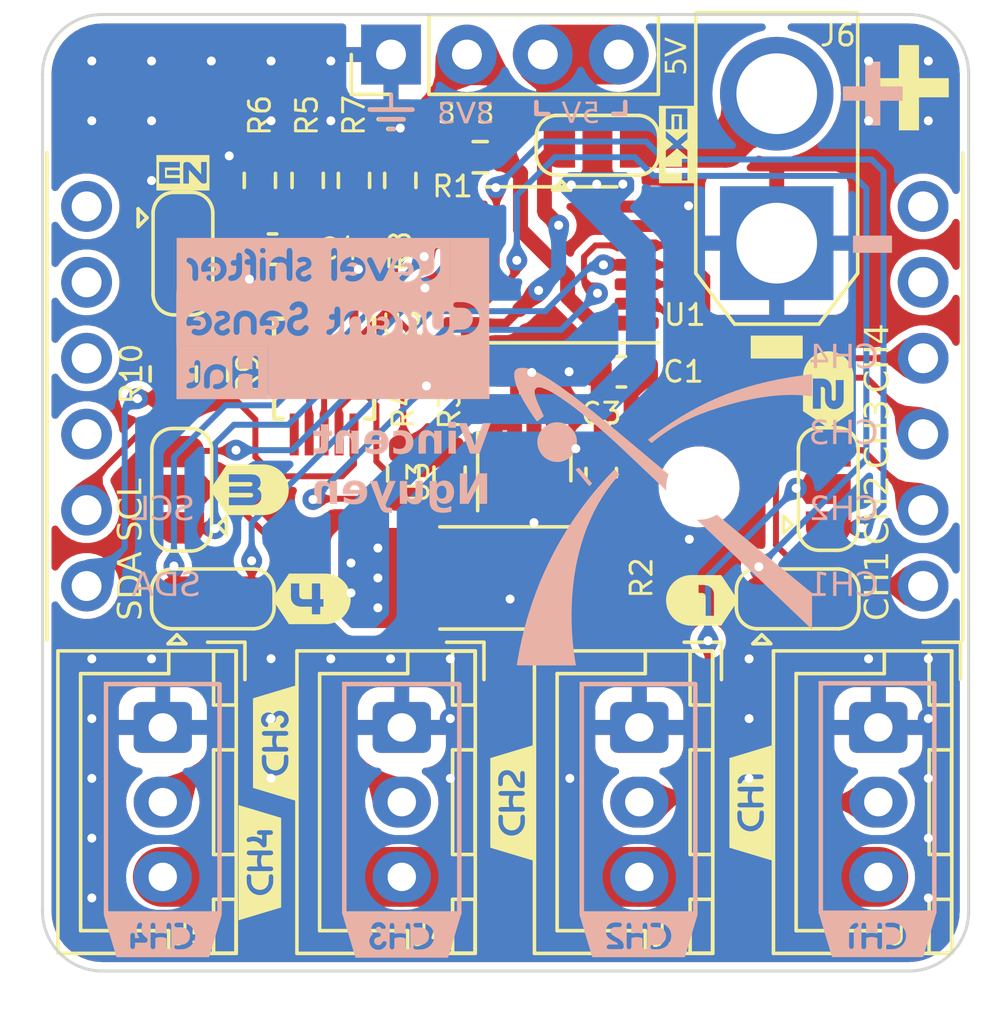
<source format=kicad_pcb>
(kicad_pcb (version 20221018) (generator pcbnew)
  (title_block (title "Level Shifter / Current Sense Hat PCB") (company "EPFL Xplore") (comment 1 "Jumpers 1-4: set voltage level (3V3 or 5V)") (comment 2 "Jumper EXT: power source selection") (comment 3 "Jumper EN: enable I2C translation") (comment 4 "Author: Vincent Nguyen"))
  (layers (0 "F.Cu" signal) (31 "B.Cu" signal) (34 "B.Paste" user) (35 "F.Paste" user) (36 "B.SilkS" user "B.Silkscreen") (37 "F.SilkS" user "F.Silkscreen") (38 "B.Mask" user) (39 "F.Mask" user) (44 "Edge.Cuts" user))
  (net 0 "")
  (net 1 "/VIN+")
  (net 2 "/VIN-")
  (net 3 "+3V3")
  (net 4 "/OE")
  (net 5 "/SCLOUT")
  (net 6 "/SDAOUT")
  (net 7 "/XORL")
  (net 8 "GND")
  (net 9 "/XORH")
  (net 10 "/SCL")
  (net 11 "/SDA")
  (net 12 "/A1")
  (net 13 "/A2")
  (net 14 "/A3")
  (net 15 "/A4")
  (net 18 "+5V")
  (net 19 "/EN")
  (net 21 "+VEXT")
  (net 22 "/B1")
  (net 23 "/B2")
  (net 24 "/B3")
  (net 25 "/B4")
  (net 32 "/PWM1")
  (net 33 "/PWM2")
  (net 34 "/PWM3")
  (net 35 "/PWM4")
  (footprint "kibuzzard-64B2D646" (layer "F.Cu") (at 108.505 56.205 -90)
    (fp_text reference "kibuzzard-64B2D646" hide)
    (fp_text value "G***" hide)
  )
  (footprint "Resistor_SMD:R_0603_1608Metric" (layer "F.Cu") (at 91.405 63.88 -90)
    (fp_text reference "R10")
    (fp_text value "DNP")
  )
  (footprint "Jumper:SolderJumper-3_P1.3mm_Open_RoundedPad1.0x1.5mm" (layer "F.Cu") (at 113.58 67.73 90)
    (fp_text reference "JP3" hide)
    (fp_text value "LVL_SEL2")
  )
  (footprint "Capacitor_SMD:C_0603_1608Metric" (layer "F.Cu") (at 101.93 63.83)
    (fp_text reference "C2")
    (fp_text value "0.1uF")
  )
  (footprint "Resistor_SMD:R_0603_1608Metric" (layer "F.Cu") (at 97.705 57.405 -90)
    (fp_text reference "R7")
    (fp_text value "1M")
  )
  (footprint "Resistor_SMD:R_0603_1608Metric" (layer "F.Cu") (at 96.155 57.405 -90)
    (fp_text reference "R5")
    (fp_text value "1M")
  )
  (footprint "Resistor_SMD:R_0603_1608Metric" (layer "F.Cu") (at 99.255 57.405 90)
    (fp_text reference "R8")
    (fp_text value "681k")
  )
  (footprint "Jumper:SolderJumper-3_P1.3mm_Open_RoundedPad1.0x1.5mm" (layer "F.Cu") (at 91.98 59.855 -90)
    (fp_text reference "JP6" hide)
    (fp_text value "ENABLE")
  )
  (footprint "kibuzzard-64B2D508" (layer "F.Cu") (at 94.555 80.23 90)
    (fp_text reference "kibuzzard-64B2D508" hide)
    (fp_text value "G***" hide)
  )
  (footprint "Resistor_SMD:R_0603_1608Metric" (layer "F.Cu") (at 101.93 56.63 180)
    (fp_text reference "R1")
    (fp_text value "10k")
  )
  (footprint "Resistor_SMD:R_0603_1608Metric" (layer "F.Cu") (at 100.905 67.23 90)
    (fp_text reference "R3")
    (fp_text value "10k")
  )
  (footprint "Connector_AMASS:AMASS_XT30U-M_1x02_P5.0mm_Vertical" (layer "F.Cu") (at 111.855 59.505 90)
    (fp_text reference "J6")
    (fp_text value "XT30U-M")
  )
  (footprint "Jumper:SolderJumper-3_P1.3mm_Open_RoundedPad1.0x1.5mm" (layer "F.Cu") (at 92.98 71.405)
    (fp_text reference "JP5" hide)
    (fp_text value "LVL_SEL4")
  )
  (footprint "Capacitor_SMD:C_0603_1608Metric" (layer "F.Cu") (at 106.655 63.805 180)
    (fp_text reference "C1")
    (fp_text value "0.1uF")
  )
  (footprint "kibuzzard-64B2D504" (layer "F.Cu") (at 95.055 76.23 90)
    (fp_text reference "kibuzzard-64B2D504" hide)
    (fp_text value "G***" hide)
  )
  (footprint "Capacitor_SMD:C_0603_1608Metric" (layer "F.Cu") (at 105.98 67.18 90)
    (fp_text reference "C3")
    (fp_text value "0.1uF")
  )
  (footprint "Capacitor_SMD:C_0603_1608Metric" (layer "F.Cu") (at 94.98 59.705 180)
    (fp_text reference "C4")
    (fp_text value "0.1uF")
  )
  (footprint "Connector_JST:JST_XH_B3B-XH-A_1x03_P2.50mm_Vertical" (layer "F.Cu") (at 91.305 75.705 -90)
    (fp_text reference "J5")
    (fp_text value "B3B-XH-A(LF)(SN)")
  )
  (footprint "Connector_JST:JST_XH_B3B-XH-A_1x03_P2.50mm_Vertical" (layer "F.Cu") (at 99.305 75.705 -90)
    (fp_text reference "J4")
    (fp_text value "B3B-XH-A(LF)(SN)")
  )
  (footprint "Resistor_SMD:R_0603_1608Metric" (layer "F.Cu") (at 94.555 57.405 90)
    (fp_text reference "R6")
    (fp_text value "681k")
  )
  (footprint "Resistor_SMD:R_0603_1608Metric" (layer "F.Cu") (at 99.355 67.23 90)
    (fp_text reference "R4")
    (fp_text value "10k")
  )
  (footprint "Jumper:SolderJumper-3_P1.3mm_Open_RoundedPad1.0x1.5mm" (layer "F.Cu") (at 105.855 56.23)
    (fp_text reference "JP1" hide)
    (fp_text value "PWR_SEL")
  )
  (footprint "kibuzzard-64B2D9BB" (layer "F.Cu") (at 91.98 57.15)
    (fp_text reference "kibuzzard-64B2D9BB" hide)
    (fp_text value "G***" hide)
  )
  (footprint "Connector_JST:JST_XH_B3B-XH-A_1x03_P2.50mm_Vertical" (layer "F.Cu") (at 115.255 75.705 -90)
    (fp_text reference "J2")
    (fp_text value "B3B-XH-A(LF)(SN)")
  )
  (footprint "0_connectors:Hat_connector_hole" (layer "F.Cu") (at 102.755 62.085)
    (fp_text reference "J1" hide)
    (fp_text value "Hat_connector_hole")
  )
  (footprint "Jumper:SolderJumper-3_P1.3mm_Open_RoundedPad1.0x1.5mm" (layer "F.Cu") (at 112.555 71.405)
    (fp_text reference "JP2" hide)
    (fp_text value "LVL_SEL1")
  )
  (footprint "kibuzzard-64B2D5B5" (layer "F.Cu") (at 96.28 71.405)
    (fp_text reference "kibuzzard-64B2D5B5" hide)
    (fp_text value "G***" hide)
  )
  (footprint "Package_SO:MSOP-10_3x3mm_P0.5mm" (layer "F.Cu") (at 96.705 63.705 -90)
    (fp_text reference "U2")
    (fp_text value "LTC4316")
  )
  (footprint "Resistor_SMD:R_0603_1608Metric" (layer "F.Cu") (at 92.955 63.88 -90)
    (fp_text reference "R9")
    (fp_text value "DNP")
  )
  (footprint "kibuzzard-64B2D4C0" (layer "F.Cu") (at 102.98 78.23 90)
    (fp_text reference "kibuzzard-64B2D4C0" hide)
    (fp_text value "G***" hide)
  )
  (footprint "kibuzzard-64B2D5F7" (layer "F.Cu") (at 113.58 64.405 -90)
    (fp_text reference "kibuzzard-64B2D5F7" hide)
    (fp_text value "G***" hide)
  )
  (footprint "kibuzzard-64B2D5D3" (layer "F.Cu") (at 109.355 71.455)
    (fp_text reference "kibuzzard-64B2D5D3" hide)
    (fp_text value "G***" hide)
  )
  (footprint "kibuzzard-64B2D5C0" (layer "F.Cu") (at 94.205 67.755)
    (fp_text reference "kibuzzard-64B2D5C0" hide)
    (fp_text value "G***" hide)
  )
  (footprint "kibuzzard-63491EED" (layer "F.Cu") (at 116.28 54.305 180)
    (fp_text reference "kibuzzard-63491EED" hide)
    (fp_text value "G***" hide)
  )
  (footprint "kibuzzard-63491F09" (layer "F.Cu") (at 111.855 62.98)
    (fp_text reference "kibuzzard-63491F09" hide)
    (fp_text value "G***" hide)
  )
  (footprint "Resistor_SMD:R_2512_6332Metric_Pad1.40x3.35mm_HandSolder" (layer "F.Cu") (at 102.755 70.705)
    (fp_text reference "R2")
    (fp_text value "25mR")
  )
  (footprint "Connector_JST:JST_XH_B3B-XH-A_1x03_P2.50mm_Vertical" (layer "F.Cu") (at 107.255 75.705 -90)
    (fp_text reference "J3")
    (fp_text value "B3B-XH-A(LF)(SN)")
  )
  (footprint "Package_TO_SOT_SMD:SOT-23-8" (layer "F.Cu") (at 103.405 66.655 90)
    (fp_text reference "U3")
    (fp_text value "INA219AIDCNR")
  )
  (footprint "kibuzzard-64B2D4E1" (layer "F.Cu") (at 110.98 78.23 90)
    (fp_text reference "kibuzzard-64B2D4E1" hide)
    (fp_text value "G***" hide)
  )
  (footprint "Package_SO:TSSOP-14_4.4x5mm_P0.65mm" (layer "F.Cu") (at 104.305 60.23 180)
    (fp_text reference "U1")
    (fp_text value "TXB0104PWR")
  )
  (footprint "Jumper:SolderJumper-3_P1.3mm_Open_RoundedPad1.0x1.5mm" (layer "F.Cu") (at 91.9375 67.755 90)
    (fp_text reference "JP4" hide)
    (fp_text value "LVL_SEL3")
  )
  (footprint "kibuzzard-64B2D6D4" (layer "B.Cu") (at 91.305 82.68 180)
    (fp_text reference "kibuzzard-64B2D6D4" hide)
    (fp_text value "G***" hide)
  )
  (footprint "kibuzzard-64B2D6E9" (layer "B.Cu") (at 107.23 82.68 180)
    (fp_text reference "kibuzzard-64B2D6E9" hide)
    (fp_text value "G***" hide)
  )
  (footprint "kibuzzard-64B2D98F" (layer "B.Cu") (at 115.06 59.54 180)
    (fp_text reference "kibuzzard-64B2D98F" hide)
    (fp_text value "G***" hide)
  )
  (footprint "kibuzzard-64B2D6DE" (layer "B.Cu") (at 99.305 82.68 180)
    (fp_text reference "kibuzzard-64B2D6DE" hide)
    (fp_text value "G***" hide)
  )
  (footprint "kibuzzard-64B2D86D" (layer "B.Cu") (at 96.345 60.23 180)
    (fp_text reference "kibuzzard-64B2D86D" hide)
    (fp_text value "G***" hide)
  )
  (footprint "kibuzzard-64B2D8B6" (layer "B.Cu") (at 96.995 62.03 180)
    (fp_text reference "kibuzzard-64B2D8B6" hide)
    (fp_text value "G***" hide)
  )
  (footprint "kibuzzard-64B2D888" (layer "B.Cu") (at 93.295 63.83 180)
    (fp_text reference "kibuzzard-64B2D888" hide)
    (fp_text value "G***" hide)
  )
  (footprint "kibuzzard-64B2D6F0" (layer "B.Cu") (at 115.23 82.68 180)
    (fp_text reference "kibuzzard-64B2D6F0" hide)
    (fp_text value "G***" hide)
  )
  (footprint "0_graphic:Xplore_Logo_X_only_10mm" (layer "B.Cu") (at 108.055 68.655 180)
    (fp_text reference "G1" hide)
    (fp_text value "Xplore_Logo" hide)
  )
  (footprint "kibuzzard-64B2D984" (layer "B.Cu") (at 115.07 54.5)
    (fp_text reference "kibuzzard-64B2D984" hide)
    (fp_text value "G***" hide)
  )
  (gr_line (start 106.785 54.7775) (end 106.785 55.1775) (stroke (width 0.15)) (layer "B.SilkS"))
  (gr_line (start 98.955 55.0375) (end 98.955 54.53) (stroke (width 0.12)) (layer "B.SilkS"))
  (gr_line (start 99.045 55.6875) (end 98.97 55.6875) (stroke (width 0.15)) (layer "B.SilkS"))
  (gr_line (start 98.57 55.3625) (end 98.97 55.3625) (stroke (width 0.15)) (layer "B.SilkS"))
  (gr_rect (start 89.405 74.255) (end 93.205 81.93) (stroke (width 0.15)) (fill none) (layer "B.SilkS"))
  (gr_line (start 104.21 55.1825) (end 103.810002 55.1825) (stroke (width 0.15)) (layer "B.SilkS"))
  (gr_line (start 106.785 55.1775) (end 106.385 55.1775) (stroke (width 0.15)) (layer "B.SilkS"))
  (gr_rect (start 97.38 74.255) (end 101.23 81.93) (stroke (width 0.15)) (fill none) (layer "B.SilkS"))
  (gr_rect (start 105.33 74.255) (end 109.13 81.93) (stroke (width 0.15)) (fill none) (layer "B.SilkS"))
  (gr_poly (pts (xy 102.24 64.72) (xy 94.83 64.72) (xy 94.83 62.92) (xy 102.24 62.92)) (stroke (width 0.0001)) (fill solid) (layer "B.SilkS"))
  (gr_line (start 98.245 55.0375) (end 98.955 55.0375) (stroke (width 0.15)) (layer "B.SilkS"))
  (gr_line (start 98.895 55.6875) (end 98.97 55.6875) (stroke (width 0.15)) (layer "B.SilkS"))
  (gr_line (start 98.955 55.0375) (end 99.665 55.0375) (stroke (width 0.15)) (layer "B.SilkS"))
  (gr_line (start 103.810002 55.1825) (end 103.810001 54.7825) (stroke (width 0.15)) (layer "B.SilkS"))
  (gr_line (start 99.37 55.3625) (end 98.97 55.3625) (stroke (width 0.15)) (layer "B.SilkS"))
  (gr_poly (pts (xy 102.23 61.13) (xy 100.92 61.13) (xy 100.92 59.33) (xy 102.23 59.33)) (stroke (width 0.0001)) (fill solid) (layer "B.SilkS"))
  (gr_rect (start 113.33 74.23) (end 117.13 81.905) (stroke (width 0.15)) (fill none) (layer "B.SilkS"))
  (gr_line (start 98.93 55.6825) (end 98.855 55.6825) (stroke (width 0.15)) (layer "F.SilkS"))
  (gr_line (start 98.93 55.3575) (end 98.53 55.3575) (stroke (width 0.15)) (layer "F.SilkS"))
  (gr_line (start 98.93 55.3575) (end 99.33 55.3575) (stroke (width 0.15)) (layer "F.SilkS"))
  (gr_line (start 98.93 55.6825) (end 99.005 55.6825) (stroke (width 0.15)) (layer "F.SilkS"))
  (gr_line (start 98.945 54.525) (end 98.945 55.0325) (stroke (width 0.12)) (layer "F.SilkS"))
  (gr_line (start 98.945 55.0325) (end 99.655 55.0325) (stroke (width 0.15)) (layer "F.SilkS"))
  (gr_line (start 98.235 55.0325) (end 98.945 55.0325) (stroke (width 0.15)) (layer "F.SilkS"))
  (gr_arc (start 89.28 83.855) (mid 87.865818 83.269182) (end 87.28 81.855) (stroke (width 0.1)) (layer "Edge.Cuts"))
  (gr_line (start 89.28 83.855) (end 116.28 83.855) (stroke (width 0.1)) (layer "Edge.Cuts"))
  (gr_arc (start 118.28 81.855) (mid 117.694221 83.269221) (end 116.28 83.855) (stroke (width 0.1)) (layer "Edge.Cuts"))
  (gr_line (start 118.28 81.855) (end 118.28 53.855) (stroke (width 0.1)) (layer "Edge.Cuts"))
  (gr_line (start 87.28 53.855) (end 87.28 81.855) (stroke (width 0.1)) (layer "Edge.Cuts"))
  (gr_line (start 116.28 51.855) (end 89.28 51.855) (stroke (width 0.1)) (layer "Edge.Cuts"))
  (gr_arc (start 87.28 53.855) (mid 87.865794 52.440794) (end 89.28 51.855) (stroke (width 0.1)) (layer "Edge.Cuts"))
  (gr_arc (start 116.28 51.855) (mid 117.694245 52.440755) (end 118.28 53.855) (stroke (width 0.1)) (layer "Edge.Cuts"))
  (gr_text "Vincent \nNguyen" (at 102.29 66.97) (layer "B.SilkS") (effects (font (size 1 1) (thickness 0.16) bold) (justify left mirror)))
  (gr_text "3V3" (at 101.445 55.2) (layer "B.SilkS") (effects (font (size 0.7 0.7) (thickness 0.1)) (justify mirror)))
  (gr_text "5V" (at 105.295 55.19) (layer "B.SilkS") (effects (font (size 0.7 0.7) (thickness 0.1)) (justify mirror)))
  (gr_text "3V3" (at 101.455 55.205) (layer "F.SilkS") (effects (font (size 0.7 0.7) (thickness 0.1))))
  (gr_text "5V" (at 108.53 53.255 90) (layer "F.SilkS") (effects (font (size 0.7 0.7) (thickness 0.1))))
  (segment (start 102.43 67.7925) (end 102.43 70.03) (width 0.2) (layer "F.Cu") (net 1))
  (segment (start 102.43 70.03) (end 101.755 70.705) (width 0.2) (layer "F.Cu") (net 1))
  (segment (start 101.755 70.705) (end 99.705 70.705) (width 0.2) (layer "F.Cu") (net 1))
  (via (at 98.505 71.705) (size 0.7) (drill 0.3) (layers "F.Cu" "B.Cu") (net 1))
  (via (at 104.98 57.555) (size 0.7) (drill 0.3) (layers "F.Cu" "B.Cu") (net 1))
  (via (at 98.505 70.705) (size 0.7) (drill 0.3) (layers "F.Cu" "B.Cu") (net 1))
  (via (at 97.605 71.205) (size 0.7) (drill 0.3) (layers "F.Cu" "B.Cu") (net 1))
  (via (at 97.605 70.205) (size 0.7) (drill 0.3) (layers "F.Cu" "B.Cu") (net 1))
  (via (at 98.505 69.705) (size 0.7) (drill 0.3) (layers "F.Cu" "B.Cu") (net 1))
  (via (at 105.83 57.53) (size 0.7) (drill 0.3) (layers "F.Cu" "B.Cu") (net 1))
  (via (at 106.705 57.53) (size 0.7) (drill 0.3) (layers "F.Cu" "B.Cu") (net 1))
  (segment (start 101.43 65.055) (end 105.78 65.055) (width 1) (layer "B.Cu") (net 1))
  (segment (start 105.78 65.055) (end 107.305 63.53) (width 1) (layer "B.Cu") (net 1))
  (segment (start 97.755 68.73) (end 101.43 65.055) (width 1) (layer "B.Cu") (net 1))
  (segment (start 107.305 59.78) (end 105.83 58.305) (width 1) (layer "B.Cu") (net 1))
  (segment (start 107.305 63.53) (end 107.305 59.78) (width 1) (layer "B.Cu") (net 1))
  (segment (start 105.805 73.005) (end 105.1425 73.6675) (width 1.5) (layer "F.Cu") (net 2))
  (segment (start 110.655 80.705) (end 107.255 80.705) (width 2) (layer "F.Cu") (net 2))
  (segment (start 105.805 70.705) (end 105.805 73.005) (width 1.5) (layer "F.Cu") (net 2))
  (segment (start 99.305 80.705) (end 91.305 80.705) (width 2) (layer "F.Cu") (net 2))
  (segment (start 103.78 70.705) (end 105.805 70.705) (width 0.2) (layer "F.Cu") (net 2))
  (segment (start 102.83 80.705) (end 99.305 80.705) (width 2) (layer "F.Cu") (net 2))
  (segment (start 103.08 67.7925) (end 103.08 70.005) (width 0.2) (layer "F.Cu") (net 2))
  (segment (start 102.83 75.98) (end 105.1425 73.6675) (width 2) (layer "F.Cu") (net 2))
  (segment (start 103.08 70.005) (end 103.78 70.705) (width 0.2) (layer "F.Cu") (net 2))
  (segment (start 102.83 80.705) (end 102.83 75.98) (width 2) (layer "F.Cu") (net 2))
  (segment (start 107.255 80.705) (end 102.83 80.705) (width 2) (layer "F.Cu") (net 2))
  (segment (start 115.255 80.705) (end 110.655 80.705) (width 2) (layer "F.Cu") (net 2))
  (segment (start 100.18 54.805) (end 101.485 53.5) (width 0.5) (layer "F.Cu") (net 3))
  (segment (start 96.205 61.505) (end 96.205 62.605) (width 0.3) (layer "F.Cu") (net 3))
  (segment (start 96.155 56.58) (end 97.705 56.58) (width 0.2) (layer "F.Cu") (net 3))
  (segment (start 98.93 61.83) (end 98.93 59.949239) (width 0.5) (layer "F.Cu") (net 3))
  (segment (start 96.255 62.655) (end 96.53 62.93) (width 0.3) (layer "F.Cu") (net 3))
  (segment (start 100.905 68.055) (end 99.355 68.055) (width 0.2) (layer "F.Cu") (net 3))
  (segment (start 96.53 62.93) (end 97.83 62.93) (width 0.5) (layer "F.Cu") (net 3))
  (segment (start 96.205 60.155) (end 95.755 59.705) (width 0.3) (layer "F.Cu") (net 3))
  (segment (start 91.98 61.155) (end 91.98 62.48) (width 0.3) (layer "F.Cu") (net 3))
  (segment (start 107.1675 62.18) (end 107.1675 62.73) (width 0.3) (layer "F.Cu") (net 3))
  (segment (start 101.485 53.5) (end 101.485 53.195) (width 0.5) (layer "F.Cu") (net 3))
  (segment (start 102.755 56.63) (end 103.28 57.155) (width 0.5) (layer "F.Cu") (net 3))
  (segment (start 97.705 56.58) (end 98.505 57.38) (width 0.3) (layer "F.Cu") (net 3))
  (segment (start 98.93 59.949239) (end 100.18 58.699239) (width 0.5) (layer "F.Cu") (net 3))
  (segment (start 97.83 62.93) (end 98.93 61.83) (width 0.5) (layer "F.Cu") (net 3))
  (segment (start 106.98 67.255) (end 106.98 64.255) (width 0.5) (layer "F.Cu") (net 3))
  (segment (start 96.205 61.505) (end 96.205 60.155) (width 0.3) (layer "F.Cu") (net 3))
  (segment (start 104.855 60.63) (end 104.855 61.311371) (width 0.5) (layer "F.Cu") (net 3))
  (segment (start 91.405 63.055) (end 92.955 63.055) (width 0.3) (layer "F.Cu") (net 3))
  (segment (start 96.355 68.055) (end 96.33 68.08) (width 0.2) (layer "F.Cu") (net 3))
  (segment (start 96.405 63.055) (end 96.53 62.93) (width 0.3) (layer "F.Cu") (net 3))
  (segment (start 99.355 68.055) (end 96.355 68.055) (width 0.2) (layer "F.Cu") (net 3))
  (segment (start 100.13 63.03) (end 98.93 61.83) (width 0.2) (layer "F.Cu") (net 3))
  (segment (start 106.28 67.955) (end 106.98 67.255) (width 0.5) (layer "F.Cu") (net 3))
  (segment (start 92.955 63.055) (end 96.405 63.055) (width 0.3) (layer "F.Cu") (net 3))
  (segment (start 105.98 67.955) (end 105.8175 67.7925) (width 0.5) (layer "F.Cu") (net 3))
  (segment (start 103.28 59.055) (end 104.855 60.63) (width 0.5) (layer "F.Cu") (net 3))
  (segment (start 100.18 58.699239) (end 100.18 57.355) (width 0.5) (layer "F.Cu") (net 3))
  (segment (start 91.98 62.48) (end 91.405 63.055) (width 0.3) (layer "F.Cu") (net 3))
  (segment (start 102.755 56.63) (end 102.755 54.465) (width 0.5) (layer "F.Cu") (net 3))
  (segment (start 105.723629 62.18) (end 107.1675 62.18) (width 0.5) (layer "F.Cu") (net 3))
  (segment (start 100.18 57.355) (end 100.18 54.805) (width 0.5) (layer "F.Cu") (net 3))
  (segment (start 103.28 57.155) (end 103.28 59.055) (width 0.5) (layer "F.Cu") (net 3))
  (segment (start 105.98 67.955) (end 106.28 67.955) (width 0.5) (layer "F.Cu") (net 3))
  (segment (start 98.505 57.38) (end 100.155 57.38) (width 0.3) (layer "F.Cu") (net 3))
  (segment (start 100.13 64.28) (end 100.13 63.03) (width 0.2) (layer "F.Cu") (net 3))
  (segment (start 100.155 57.38) (end 100.18 57.355) (width 0.3) (layer "F.Cu") (net 3))
  (segment (start 106.98 64.255) (end 107.43 63.805) (width 0.5) (layer "F.Cu") (net 3))
  (segment (start 107.1675 63.5425) (end 107.1675 62.73) (width 0.5) (layer "F.Cu") (net 3))
  (segment (start 104.855 61.311371) (end 105.723629 62.18) (width 0.5) (layer "F.Cu") (net 3))
  (segment (start 96.205 62.605) (end 96.255 62.655) (width 0.3) (layer "F.Cu") (net 3))
  (segment (start 105.8175 67.7925) (end 104.43 67.7925) (width 0.5) (layer "F.Cu") (net 3))
  (segment (start 107.43 63.805) (end 107.1675 63.5425) (width 0.5) (layer "F.Cu") (net 3))
  (segment (start 102.755 54.465) (end 101.485 53.195) (width 0.5) (layer "F.Cu") (net 3))
  (via (at 96.33 68.08) (size 0.7) (drill 0.3) (layers "F.Cu" "B.Cu") (net 3))
  (via (at 100.13 64.28) (size 0.7) (drill 0.3) (layers "F.Cu" "B.Cu") (net 3))
  (segment (start 96.33 68.08) (end 100.13 64.28) (width 0.2) (layer "B.Cu") (net 3))
  (segment (start 101.4425 56.9675) (end 101.105 56.63) (width 0.2) (layer "F.Cu") (net 4))
  (segment (start 101.4425 58.28) (end 101.4425 56.9675) (width 0.2) (layer "F.Cu") (net 4))
  (segment (start 101.33 66.83) (end 100.905 66.405) (width 0.15) (layer "F.Cu") (net 5))
  (segment (start 100.08 67.23) (end 98.88 67.23) (width 0.2) (layer "F.Cu") (net 5))
  (segment (start 104.38 66.095685) (end 103.645685 66.83) (width 0.15) (layer "F.Cu") (net 5))
  (segment (start 104.38 65.5175) (end 104.38 66.095685) (width 0.15) (layer "F.Cu") (net 5))
  (segment (start 100.905 66.405) (end 100.08 67.23) (width 0.2) (layer "F.Cu") (net 5))
  (segment (start 97.58 64.63) (end 97.205 65.005) (width 0.2) (layer "F.Cu") (net 5))
  (segment (start 98.88 67.23) (end 98.455 66.805) (width 0.2) (layer "F.Cu") (net 5))
  (segment (start 100.905 66.705) (end 100.905 66.405) (width 0.15) (layer "F.Cu") (net 5))
  (segment (start 103.645685 66.83) (end 101.33 66.83) (width 0.15) (layer "F.Cu") (net 5))
  (segment (start 98.455 64.93) (end 98.155 64.63) (width 0.2) (layer "F.Cu") (net 5))
  (segment (start 98.155 64.63) (end 97.58 64.63) (width 0.2) (layer "F.Cu") (net 5))
  (segment (start 98.455 66.805) (end 98.455 64.93) (width 0.2) (layer "F.Cu") (net 5))
  (segment (start 97.205 65.005) (end 97.205 65.905) (width 0.2) (layer "F.Cu") (net 5))
  (segment (start 102.105 66.455) (end 101.255 65.605) (width 0.15) (layer "F.Cu") (net 6))
  (segment (start 103.370685 66.455) (end 102.105 66.455) (width 0.15) (layer "F.Cu") (net 6))
  (segment (start 99.355 66.405) (end 99.355 64.53) (width 0.2) (layer "F.Cu") (net 6))
  (segment (start 103.73 65.5175) (end 103.73 66.095685) (width 0.15) (layer "F.Cu") (net 6))
  (segment (start 96.705 64.58) (end 96.705 65.905) (width 0.2) (layer "F.Cu") (net 6))
  (segment (start 101.255 65.605) (end 100.155 65.605) (width 0.15) (layer "F.Cu") (net 6))
  (segment (start 97.205 64.08) (end 96.705 64.58) (width 0.2) (layer "F.Cu") (net 6))
  (segment (start 99.355 64.53) (end 98.905 64.08) (width 0.2) (layer "F.Cu") (net 6))
  (segment (start 98.905 64.08) (end 97.205 64.08) (width 0.2) (layer "F.Cu") (net 6))
  (segment (start 103.73 66.095685) (end 103.370685 66.455) (width 0.15) (layer "F.Cu") (net 6))
  (segment (start 100.155 65.605) (end 99.355 66.405) (width 0.15) (layer "F.Cu") (net 6))
  (segment (start 96.705 58.78) (end 96.155 58.23) (width 0.2) (layer "F.Cu") (net 7))
  (segment (start 96.705 61.505) (end 96.705 58.78) (width 0.2) (layer "F.Cu") (net 7))
  (segment (start 96.155 58.23) (end 94.555 58.23) (width 0.2) (layer "F.Cu") (net 7))
  (segment (start 97.705 61.505) (end 97.705 60.5295) (width 0.3) (layer "F.Cu") (net 8))
  (segment (start 108.88 58.28) (end 108.905 58.255) (width 0.3) (layer "F.Cu") (net 8))
  (segment (start 103.73 67.7925) (end 103.73 68.8545) (width 0.3) (layer "F.Cu") (net 8))
  (segment (start 103.73 68.8545) (end 103.7295 68.855) (width 0.3) (layer "F.Cu") (net 8))
  (segment (start 103.08 64.205) (end 102.705 63.83) (width 0.3) (layer "F.Cu") (net 8))
  (segment (start 91.98 58.555) (end 91.98 57.755) (width 0.2) (layer "F.Cu") (net 8))
  (segment (start 102.43 65.5175) (end 103.08 65.5175) (width 0.3) (layer "F.Cu") (net 8))
  (segment (start 97.705 60.5295) (end 97.8545 60.38) (width 0.3) (layer "F.Cu") (net 8))
  (segment (start 103.08 65.5175) (end 103.08 64.205) (width 0.3) (layer "F.Cu") (net 8))
  (segment (start 91.98 58.555) (end 93.08 58.555) (width 0.2) (layer "F.Cu") (net 8))
  (segment (start 107.1675 58.28) (end 108.88 58.28) (width 0.3) (layer "F.Cu") (net 8))
  (via (at 103.7295 68.855) (size 0.7) (drill 0.3) (layers "F.Cu" "B.Cu") (net 8))
  (via (at 114.93 73.410357) (size 0.7) (drill 0.3) (layers "F.Cu" "B.Cu") (net 8))
  (via (at 99.255 55.655) (size 0.7) (drill 0.3) (layers "F.Cu" "B.Cu") (net 8))
  (via (at 96.93 55.410357) (size 0.7) (drill 0.3) (layers "F.Cu" "B.Cu") (net 8))
  (via (at 96.93 73.410357) (size 0.7) (drill 0.3) (layers "F.Cu" "B.Cu") (net 8))
  (via (at 110.93 77.410357) (size 0.7) (drill 0.3) (layers "F.Cu" "B.Cu") (net 8))
  (via (at 108.93 69.410357) (size 0.7) (drill 0.3) (layers "F.Cu" "B.Cu") (net 8))
  (via (at 110.93 73.410357) (size 0.7) (drill 0.3) (layers "F.Cu" "B.Cu") (net 8))
  (via (at 88.93 55.410357) (size 0.7) (drill 0.3) (layers "F.Cu" "B.Cu") (net 8))
  (via (at 102.93 71.410357) (size 0.7) (drill 0.3) (layers "F.Cu" "B.Cu") (net 8))
  (via (at 116.93 77.410357) (size 0.7) (drill 0.3) (layers "F.Cu" "B.Cu") (net 8))
  (via (at 116.93 55.410357) (size 0.7) (drill 0.3) (layers "F.Cu" "B.Cu") (net 8))
  (via (at 105.13 66.38) (size 0.7) (drill 0.3) (layers "F.Cu" "B.Cu") (net 8))
  (via (at 90.93 73.410357) (size 0.7) (drill 0.3) (layers "F.Cu" "B.Cu") (net 8))
  (via (at 90.93 57.410357) (size 0.7) (drill 0.3) (layers "F.Cu" "B.Cu") (net 8))
  (via (at 116.93 75.410357) (size 0.7) (drill 0.3) (layers "F.Cu" "B.Cu") (net 8))
  (via (at 96.93 53.410357) (size 0.7) (drill 0.3) (layers "F.Cu" "B.Cu") (net 8))
  (via (at 94.93 55.410357) (size 0.7) (drill 0.3) (layers "F.Cu" "B.Cu") (net 8))
  (via (at 108.905 58.255) (size 0.7) (drill 0.3) (layers "F.Cu" "B.Cu") (net 8))
  (via (at 94.205 60.71) (size 0.7) (drill 0.3) (layers "F.Cu" "B.Cu") (net 8))
  (via (at 100.93 77.410357) (size 0.7) (drill 0.3) (layers "F.Cu" "B.Cu") (net 8))
  (via (at 94.93 77.405) (size 0.7) (drill 0.3) (layers "F.Cu" "B.Cu") (net 8))
  (via (at 116.93 79.410357) (size 0.7) (drill 0.3) (layers "F.Cu" "B.Cu") (net 8))
  (via (at 100.93 73.410357) (size 0.7) (drill 0.3) (layers "F.Cu" "B.Cu") (net 8))
  (via (at 104.93 77.410357) (size 0.7) (drill 0.3) (layers "F.Cu" "B.Cu") (net 8))
  (via (at 94.93 75.405) (size 0.7) (drill 0.3) (layers "F.Cu" "B.Cu") (net 8))
  (via (at 100.93 75.410357) (size 0.7) (drill 0.3) (layers "F.Cu" "B.Cu") (net 8))
  (via (at 116.93 73.410357) (size 0.7) (drill 0.3) (layers "F.Cu" "B.Cu") (net 8))
  (via (at 93.53 56.585) (size 0.7) (drill 0.3) (layers "F.Cu" "B.Cu") (net 8))
  (via (at 88.93 79.410357) (size 0.7) (drill 0.3) (layers "F.Cu" "B.Cu") (net 8))
  (via (at 97.8545 60.38) (size 0.7) (drill 0.3) (layers "F.Cu" "B.Cu") (net 8))
  (via (at 88.93 53.410357) (size 0.7) (drill 0.3) (layers "F.Cu" "B.Cu") (net 8))
  (via (at 103.655 63.83) (size 0.7) (drill 0.3) (layers "F.Cu" "B.Cu") (net 8))
  (via (at 116.93 81.410357) (size 0.7) (drill 0.3) (layers "F.Cu" "B.Cu") (net 8))
  (via (at 88.93 77.410357) (size 0.7) (drill 0.3) (layers "F.Cu" "B.Cu") (net 8))
  (via (at 104.905 63.805) (size 0.7) (drill 0.3) (layers "F.Cu" "B.Cu") (net 8))
  (via (at 90.93 53.410357) (size 0.7) (drill 0.3) (layers "F.Cu" "B.Cu") (net 8))
  (via (at 110.93 75.410357) (size 0.7) (drill 0.3) (layers "F.Cu" "B.Cu") (net 8))
  (via (at 116.93 53.410357) (size 0.7) (drill 0.3) (layers "F.Cu" "B.Cu") (net 8))
  (via (at 92.93 53.410357) (size 0.7) (drill 0.3) (layers "F.Cu" "B.Cu") (net 8))
  (via (at 88.93 73.410357) (size 0.7) (drill 0.3) (layers "F.Cu" "B.Cu") (net 8))
  (via (at 114.93 55.410357) (size 0.7) (drill 0.3) (layers "F.Cu" "B.Cu") (net 8))
  (via (at 94.93 53.410357) (size 0.7) (drill 0.3) (layers "F.Cu" "B.Cu") (net 8))
  (via (at 114.93 53.410357) (size 0.7) (drill 0.3) (layers "F.Cu" "B.Cu") (net 8))
  (via (at 88.93 81.410357) (size 0.7) (drill 0.3) (layers "F.Cu" "B.Cu") (net 8))
  (via (at 88.93 75.410357) (size 0.7) (drill 0.3) (layers "F.Cu" "B.Cu") (net 8))
  (via (at 98.93 73.410357) (size 0.7) (drill 0.3) (layers "F.Cu" "B.Cu") (net 8))
  (via (at 94.93 73.405) (size 0.7) (drill 0.3) (layers "F.Cu" "B.Cu") (net 8))
  (via (at 90.93 55.410357) (size 0.7) (drill 0.3) (layers "F.Cu" "B.Cu") (net 8))
  (segment (start 97.205 58.73) (end 97.705 58.23) (width 0.2) (layer "F.Cu") (net 9))
  (segment (start 97.705 58.23) (end 99.255 58.23) (width 0.2) (layer "F.Cu") (net 9))
  (segment (start 97.205 61.505) (end 97.205 58.73) (width 0.2) (layer "F.Cu") (net 9))
  (segment (start 90.855 65.53) (end 88.755 67.63) (width 0.2) (layer "F.Cu") (net 10))
  (segment (start 94.405 66.655) (end 94.405 65.405) (width 0.2) (layer "F.Cu") (net 10))
  (segment (start 88.755 67.63) (end 88.755 68.435) (width 0.2) (layer "F.Cu") (net 10))
  (segment (start 94.405 65.405) (end 93.705 64.705) (width 0.2) (layer "F.Cu") (net 10))
  (segment (start 92.13 65.53) (end 90.855 65.53) (width 0.2) (layer "F.Cu") (net 10))
  (segment (start 92.955 64.705) (end 92.13 65.53) (width 0.2) (layer "F.Cu") (net 10))
  (segment (start 97.705 65.905) (end 97.705 66.905) (width 0.2) (layer "F.Cu") (net 10))
  (segment (start 93.705 64.705) (end 92.955 64.705) (width 0.2) (layer "F.Cu") (net 10))
  (segment (start 97.705 66.905) (end 97.305 67.305) (width 0.2) (layer "F.Cu") (net 10))
  (segment (start 97.305 67.305) (end 95.055 67.305) (width 0.2) (layer "F.Cu") (net 10))
  (segment (start 95.055 67.305) (end 94.405 66.655) (width 0.2) (layer "F.Cu") (net 10))
  (segment (start 91.405 64.355) (end 91.405 64.705) (width 0.2) (layer "F.Cu") (net 11))
  (segment (start 96.205 64.53) (end 95.555 63.88) (width 0.2) (layer "F.Cu") (net 11))
  (segment (start 96.205 65.905) (end 96.205 64.53) (width 0.2) (layer "F.Cu") (net 11))
  (segment (start 91.88 63.88) (end 91.405 64.355) (width 0.2) (layer "F.Cu") (net 11))
  (segment (start 95.555 63.88) (end 91.88 63.88) (width 0.2) (layer "F.Cu") (net 11))
  (segment (start 91.405 64.705) (end 90.455 64.705) (width 0.2) (layer "F.Cu") (net 11))
  (via (at 90.455 64.705) (size 0.7) (drill 0.3) (layers "F.Cu" "B.Cu") (net 11))
  (segment (start 90.03 69.7) (end 88.755 70.975) (width 0.2) (layer "B.Cu") (net 11))
  (segment (start 90.03 65.13) (end 90.03 69.7) (width 0.2) (layer "B.Cu") (net 11))
  (segment (start 90.455 64.705) (end 90.03 65.13) (width 0.2) (layer "B.Cu") (net 11))
  (segment (start 111.38 65.13) (end 111.83 65.58) (width 0.2) (layer "F.Cu") (net 12))
  (segment (start 111.83 65.58) (end 111.83 69.605) (width 0.2) (layer "F.Cu") (net 12))
  (segment (start 107.1675 61.53) (end 107.820685 61.53) (width 0.2) (layer "F.Cu") (net 12))
  (segment (start 111.83 69.605) (end 112.33 70.105) (width 0.2) (layer "F.Cu") (net 12))
  (segment (start 116.755 70.975) (end 114.285 70.975) (width 0.2) (layer "F.Cu") (net 12))
  (segment (start 112.33 70.105) (end 113.355 70.105) (width 0.2) (layer "F.Cu") (net 12))
  (segment (start 108.205 63.755) (end 109.58 65.13) (width 0.2) (layer "F.Cu") (net 12))
  (segment (start 108.205 61.914315) (end 108.205 63.755) (width 0.2) (layer "F.Cu") (net 12))
  (segment (start 109.58 65.13) (end 111.38 65.13) (width 0.2) (layer "F.Cu") (net 12))
  (segment (start 113.355 70.105) (end 113.855 70.605) (width 0.2) (layer "F.Cu") (net 12))
  (segment (start 114.285 70.975) (end 113.855 71.405) (width 0.2) (layer "F.Cu") (net 12))
  (segment (start 107.820685 61.53) (end 108.205 61.914315) (width 0.2) (layer "F.Cu") (net 12))
  (segment (start 113.855 70.605) (end 113.855 71.405) (width 0.2) (layer "F.Cu") (net 12))
  (segment (start 108.13 60.88) (end 107.1675 60.88) (width 0.2) (layer "F.Cu") (net 13))
  (segment (start 114.75 66.43) (end 116.755 68.435) (width 0.2) (layer "F.Cu") (net 13))
  (segment (start 108.605 61.355) (end 108.13 60.88) (width 0.2) (layer "F.Cu") (net 13))
  (segment (start 113.58 65.23) (end 112.905 64.555) (width 0.2) (layer "F.Cu") (net 13))
  (segment (start 108.605 63.48) (end 108.605 61.355) (width 0.2) (layer "F.Cu") (net 13))
  (segment (start 113.58 66.43) (end 114.75 66.43) (width 0.2) (layer "F.Cu") (net 13))
  (segment (start 113.58 66.43) (end 113.58 65.23) (width 0.2) (layer "F.Cu") (net 13))
  (segment (start 112.905 64.555) (end 109.68 64.555) (width 0.2) (layer "F.Cu") (net 13))
  (segment (start 109.68 64.555) (end 108.605 63.48) (width 0.2) (layer "F.Cu") (net 13))
  (segment (start 109.055 60.955) (end 109.055 63.13) (width 0.2) (layer "F.Cu") (net 14))
  (segment (start 109.055 63.13) (end 109.93 64.005) (width 0.2) (layer "F.Cu") (net 14))
  (segment (start 93.7305 66.455) (end 91.9375 66.455) (width 0.2) (layer "F.Cu") (net 14))
  (segment (start 114.865 64.005) (end 116.755 65.895) (width 0.2) (layer "F.Cu") (net 14))
  (segment (start 93.7555 66.43) (end 93.7305 66.455) (width 0.2) (layer "F.Cu") (net 14))
  (segment (start 108.33 60.23) (end 109.055 60.955) (width 0.2) (layer "F.Cu") (net 14))
  (segment (start 109.93 64.005) (end 114.865 64.005) (width 0.2) (layer "F.Cu") (net 14))
  (segment (start 107.1675 60.23) (end 108.33 60.23) (width 0.2) (layer "F.Cu") (net 14))
  (segment (start 106.055 60.23) (end 107.1675 60.23) (width 0.2) (layer "F.Cu") (net 14))
  (via (at 93.7555 66.43) (size 0.7) (drill 0.3) (layers "F.Cu" "B.Cu") (net 14))
  (via (at 106.055 60.23) (size 0.7) (drill 0.3) (layers "F.Cu" "B.Cu") (net 14))
  (segment (start 95.63 66.43) (end 100.28 61.78) (width 0.2) (layer "B.Cu") (net 14))
  (segment (start 104.110761 61.78) (end 105.660761 60.23) (width 0.2) (layer "B.Cu") (net 14))
  (segment (start 93.7555 66.43) (end 95.63 66.43) (width 0.2) (layer "B.Cu") (net 14))
  (segment (start 105.660761 60.23) (end 106.055 60.23) (width 0.2) (layer "B.Cu") (net 14))
  (segment (start 100.28 61.78) (end 104.110761 61.78) (width 0.2) (layer "B.Cu") (net 14))
  (segment (start 108.48 59.58) (end 109.53 60.63) (width 0.2) (layer "F.Cu") (net 15))
  (segment (start 105.405 59.960761) (end 105.785761 59.58) (width 0.2) (layer "F.Cu") (net 15))
  (segment (start 105.855 61.18) (end 105.405 60.73) (width 0.2) (layer "F.Cu") (net 15))
  (segment (start 94.28 71.405) (end 94.28 70.13) (width 0.2) (layer "F.Cu") (net 15))
  (segment (start 107.1675 59.58) (end 108.48 59.58) (width 0.2) (layer "F.Cu") (net 15))
  (segment (start 110.08 63.355) (end 116.755 63.355) (width 0.2) (layer "F.Cu") (net 15))
  (segment (start 109.53 62.805) (end 110.08 63.355) (width 0.2) (layer "F.Cu") (net 15))
  (segment (start 105.785761 59.58) (end 107.1675 59.58) (width 0.2) (layer "F.Cu") (net 15))
  (segment (start 105.405 60.73) (end 105.405 59.960761) (width 0.2) (layer "F.Cu") (net 15))
  (segment (start 109.53 60.63) (end 109.53 62.805) (width 0.2) (layer "F.Cu") (net 15))
  (via (at 94.28 70.13) (size 0.7) (drill 0.3) (layers "F.Cu" "B.Cu") (net 15))
  (via (at 105.855 61.18) (size 0.7) (drill 0.3) (layers "F.Cu" "B.Cu") (net 15))
  (segment (start 105.855 61.18) (end 104.63 62.405) (width 0.2) (layer "B.Cu") (net 15))
  (segment (start 100.73 62.405) (end 94.28 68.855) (width 0.2) (layer "B.Cu") (net 15))
  (segment (start 94.28 68.855) (end 94.28 70.13) (width 0.2) (layer "B.Cu") (net 15))
  (segment (start 104.63 62.405) (end 100.73 62.405) (width 0.2) (layer "B.Cu") (net 15))
  (segment (start 104.555 56.23) (end 104.08 56.705) (width 0.5) (layer "F.Cu") (net 18))
  (segment (start 104.555 53.725) (end 104.555 54.68) (width 1.5) (layer "F.Cu") (net 18))
  (segment (start 103.885864 61.086365) (end 103.249031 61.723198) (width 0.5) (layer "F.Cu") (net 18))
  (segment (start 101.4425 62.18) (end 101.4425 63.5425) (width 0.3) (layer "F.Cu") (net 18))
  (segment (start 101.4425 63.5425) (end 101.155 63.83) (width 0.3) (layer "F.Cu") (net 18))
  (segment (start 101.4425 62.18) (end 102.792229 62.18) (width 0.3) (layer "F.Cu") (net 18))
  (segment (start 104.08 58.43) (end 104.555 58.905) (width 0.5) (layer "F.Cu") (net 18))
  (segment (start 104.555 56.23) (end 104.555 54.68) (width 1) (layer "F.Cu") (net 18))
  (segment (start 104.025 53.195) (end 104.555 53.725) (width 1.5) (layer "F.Cu") (net 18))
  (segment (start 104.08 56.705) (end 104.08 58.43) (width 0.5) (layer "F.Cu") (net 18))
  (segment (start 104.025 53.195) (end 106.565 53.195) (width 2) (layer "F.Cu") (net 18))
  (segment (start 102.792229 62.18) (end 103.249031 61.723198) (width 0.3) (layer "F.Cu") (net 18))
  (via (at 103.885864 61.086365) (size 0.7) (drill 0.3) (layers "F.Cu" "B.Cu") (net 18))
  (via (at 104.555 58.905) (size 0.7) (drill 0.3) (layers "F.Cu" "B.Cu") (net 18))
  (segment (start 104.555 60.417229) (end 104.555 58.905) (width 0.5) (layer "B.Cu") (net 18))
  (segment (start 103.885864 61.086365) (end 104.555 60.417229) (width 0.5) (layer "B.Cu") (net 18))
  (segment (start 92.83 59.855) (end 91.98 59.855) (width 0.2) (layer "F.Cu") (net 19))
  (segment (start 93.905 61.505) (end 93.305 60.905) (width 0.2) (layer "F.Cu") (net 19))
  (segment (start 95.705 61.505) (end 93.905 61.505) (width 0.2) (layer "F.Cu") (net 19))
  (segment (start 93.305 60.33) (end 92.83 59.855) (width 0.2) (layer "F.Cu") (net 19))
  (segment (start 93.305 60.905) (end 93.305 60.33) (width 0.2) (layer "F.Cu") (net 19))
  (segment (start 107.155 56.23) (end 107.73 56.23) (width 1) (layer "F.Cu") (net 21))
  (segment (start 111.855 54.505) (end 110.13 56.23) (width 1.5) (layer "F.Cu") (net 21))
  (segment (start 110.13 56.23) (end 107.73 56.23) (width 1.5) (layer "F.Cu") (net 21))
  (segment (start 111.255 70.33) (end 111.255 71.405) (width 0.2) (layer "F.Cu") (net 22))
  (segment (start 103.155 60.08) (end 103.155 60.470685) (width 0.2) (layer "F.Cu") (net 22))
  (segment (start 102.095685 61.53) (end 101.4425 61.53) (width 0.2) (layer "F.Cu") (net 22))
  (segment (start 103.155 60.470685) (end 102.095685 61.53) (width 0.2) (layer "F.Cu") (net 22))
  (via (at 103.155 60.08) (size 0.7) (drill 0.3) (layers "F.Cu" "B.Cu") (net 22))
  (via (at 111.255 70.33) (size 0.7) (drill 0.3) (layers "F.Cu" "B.Cu") (net 22))
  (segment (start 114.855 66.73) (end 111.255 70.33) (width 0.2) (layer "B.Cu") (net 22))
  (segment (start 104.43 56.63) (end 107.105 56.63) (width 0.2) (layer "B.Cu") (net 22))
  (segment (start 103.155 60.08) (end 103.155 57.905) (width 0.2) (layer "B.Cu") (net 22))
  (segment (start 107.105 56.63) (end 107.73 57.255) (width 0.2) (layer "B.Cu") (net 22))
  (segment (start 107.73 57.255) (end 114.43 57.255) (width 0.2) (layer "B.Cu") (net 22))
  (segment (start 114.43 57.255) (end 114.855 57.68) (width 0.2) (layer "B.Cu") (net 22))
  (segment (start 114.855 57.68) (end 114.855 66.73) (width 0.2) (layer "B.Cu") (net 22))
  (segment (start 103.155 57.905) (end 104.43 56.63) (width 0.2) (layer "B.Cu") (net 22))
  (segment (start 114.7045 69.03) (end 113.58 69.03) (width 0.2) (layer "F.Cu") (net 23))
  (segment (start 102.48 57.674881) (end 102.48 60.58) (width 0.2) (layer "F.Cu") (net 23))
  (segment (start 102.18 60.88) (end 101.4425 60.88) (width 0.2) (layer "F.Cu") (net 23))
  (segment (start 102.48 60.58) (end 102.18 60.88) (width 0.2) (layer "F.Cu") (net 23))
  (segment (start 102.45259 57.647471) (end 102.48 57.674881) (width 0.2) (layer "F.Cu") (net 23))
  (via (at 114.7045 69.03) (size 0.7) (drill 0.3) (layers "F.Cu" "B.Cu") (net 23))
  (via (at 102.45259 57.647471) (size 0.7) (drill 0.3) (layers "F.Cu" "B.Cu") (net 23))
  (segment (start 115.43 57.105) (end 115.43 68.3045) (width 0.2) (layer "B.Cu") (net 23))
  (segment (start 102.45259 57.647471) (end 102.462529 57.647471) (width 0.2) (layer "B.Cu") (net 23))
  (segment (start 107.48 56.105) (end 108.08 56.705) (width 0.2) (layer "B.Cu") (net 23))
  (segment (start 115.43 68.3045) (end 114.7045 69.03) (width 0.2) (layer "B.Cu") (net 23))
  (segment (start 104.005 56.105) (end 107.48 56.105) (width 0.2) (layer "B.Cu") (net 23))
  (segment (start 102.462529 57.647471) (end 104.005 56.105) (width 0.2) (layer "B.Cu") (net 23))
  (segment (start 108.08 56.705) (end 115.03 56.705) (width 0.2) (layer "B.Cu") (net 23))
  (segment (start 115.03 56.705) (end 115.43 57.105) (width 0.2) (layer "B.Cu") (net 23))
  (segment (start 91.9375 69.055) (end 93.055 69.055) (width 0.2) (layer "F.Cu") (net 24))
  (segment (start 100.08 60.939315) (end 100.789315 60.23) (width 0.2) (layer "F.Cu") (net 24))
  (segment (start 100.08 61.005) (end 100.08 60.939315) (width 0.2) (layer "F.Cu") (net 24))
  (segment (start 100.789315 60.23) (end 101.4425 60.23) (width 0.2) (layer "F.Cu") (net 24))
  (via (at 100.08 61.005) (size 0.7) (drill 0.3) (layers "F.Cu" "B.Cu") (net 24))
  (via (at 93.055 69.055) (size 0.7) (drill 0.3) (layers "F.Cu" "B.Cu") (net 24))
  (segment (start 93.686261 65.58) (end 93.055 66.211261) (width 0.2) (layer "B.Cu") (net 24))
  (segment (start 93.055 66.211261) (end 93.055 69.055) (width 0.2) (layer "B.Cu") (net 24))
  (segment (start 100.08 61.005) (end 95.505 65.58) (width 0.2) (layer "B.Cu") (net 24))
  (segment (start 95.505 65.58) (end 93.686261 65.58) (width 0.2) (layer "B.Cu") (net 24))
  (segment (start 101.4425 59.58) (end 100.43 59.58) (width 0.2) (layer "F.Cu") (net 25))
  (segment (start 91.68 71.405) (end 91.68 70.305) (width 0.2) (layer "F.Cu") (net 25))
  (segment (start 100.43 59.58) (end 100.055 59.955) (width 0.2) (layer "F.Cu") (net 25))
  (via (at 100.055 59.955) (size 0.7) (drill 0.3) (layers "F.Cu" "B.Cu") (net 25))
  (via (at 91.68 70.305) (size 0.7) (drill 0.3) (layers "F.Cu" "B.Cu") (net 25))
  (segment (start 95.08 64.93) (end 93.405 64.93) (width 0.2) (layer "B.Cu") (net 25))
  (segment (start 93.405 64.93) (end 91.68 66.655) (width 0.2) (layer "B.Cu") (net 25))
  (segment (start 91.68 66.655) (end 91.68 70.305) (width 0.2) (layer "B.Cu") (net 25))
  (segment (start 100.055 59.955) (end 95.08 64.93) (width 0.2) (layer "B.Cu") (net 25))
  (segment (start 112.555 77.355) (end 113.405 78.205) (width 0.2) (layer "F.Cu") (net 32))
  (segment (start 112.555 71.405) (end 112.555 77.355) (width 0.2) (layer "F.Cu") (net 32))
  (segment (start 113.405 78.205) (end 115.255 78.205) (width 0.2) (layer "F.Cu") (net 32))
  (segment (start 113.58 67.73) (end 112.53 67.73) (width 0.2) (layer "F.Cu") (net 33))
  (segment (start 109.555 72.805) (end 109.555 77.33) (width 0.2) (layer "F.Cu") (net 33))
  (segment (start 108.68 78.205) (end 107.255 78.205) (width 0.2) (layer "F.Cu") (net 33))
  (segment (start 112.53 67.73) (end 112.505 67.705) (width 0.2) (layer "F.Cu") (net 33))
  (segment (start 109.555 77.33) (end 108.68 78.205) (width 0.2) (layer "F.Cu") (net 33))
  (via (at 112.505 67.705) (size 0.7) (drill 0.3) (layers "F.Cu" "B.Cu") (net 33))
  (via (at 109.555 72.805) (size 0.7) (drill 0.3) (layers "F.Cu" "B.Cu") (net 33))
  (segment (start 109.555 70.655) (end 112.505 67.705) (width 0.2) (layer "B.Cu") (net 33))
  (segment (start 109.555 72.805) (end 109.555 70.655) (width 0.2) (layer "B.Cu") (net 33))
  (segment (start 96.155 70.655) (end 93.255 67.755) (width 0.2) (layer "F.Cu") (net 34))
  (segment (start 96.155 75.055) (end 96.155 70.655) (width 0.2) (layer "F.Cu") (net 34))
  (segment (start 99.305 78.205) (end 96.155 75.055) (width 0.2) (layer "F.Cu") (net 34))
  (segment (start 93.255 67.755) (end 91.9375 67.755) (width 0.2) (layer "F.Cu") (net 34))
  (segment (start 92.98 76.53) (end 92.98 71.405) (width 0.2) (layer "F.Cu") (net 35))
  (segment (start 91.305 78.205) (end 92.98 76.53) (width 0.2) (layer "F.Cu") (net 35))
  (zone (net 1) (net_name "/VIN+") (layer "F.Cu") (priority 3) (connect_pads yes (clearance 0.25)) (min_thickness 0.25) (fill yes (thermal_gap 0.5) (thermal_bridge_width 0.5))
    (polygon (pts (xy 100.205 72.38) (xy 100.205 69.03) (xy 97.605 69.03) (xy 97.18 69.455) (xy 97.18 71.955) (xy 97.605 72.38)))
  )
  (zone (net 1) (net_name "/VIN+") (layer "F.Cu") (priority 1) (connect_pads yes (clearance 0.25)) (min_thickness 0.25) (fill yes (thermal_gap 0.5) (thermal_bridge_width 0.5))
    (polygon (pts (xy 105.355 55.48) (xy 105.355 56.98) (xy 105.205 57.13) (xy 104.88 57.13) (xy 104.63 57.38) (xy 104.63 57.755) (xy 104.78 57.905) (xy 106.93 57.905) (xy 107.08 57.755) (xy 107.08 57.38) (xy 106.83 57.13) (xy 106.505 57.13) (xy 106.355 56.98) (xy 106.355 55.48)))
  )
  (zone (net 8) (net_name "GND") (layers "F&B.Cu") (connect_pads (clearance 0.25)) (min_thickness 0.25) (fill yes (thermal_gap 0.5) (thermal_bridge_width 0.5))
    (polygon (pts (xy 87.03 51.38) (xy 118.83 51.38) (xy 118.83 84.38) (xy 87.03 84.38)))
  )
  (zone (net 1) (net_name "/VIN+") (layer "B.Cu") (priority 4) (connect_pads yes (clearance 0.25)) (min_thickness 0.25) (fill yes (thermal_gap 0.5) (thermal_bridge_width 0.5))
    (polygon (pts (xy 97.605 72.38) (xy 97.18 71.955) (xy 97.18 68.605) (xy 97.63 68.155) (xy 98.88 68.155) (xy 98.88 71.93) (xy 98.43 72.38)))
  )
  (zone (net 1) (net_name "/VIN+") (layer "B.Cu") (priority 2) (connect_pads yes (clearance 0.25)) (min_thickness 0.25) (fill yes (thermal_gap 0.5) (thermal_bridge_width 0.5))
    (polygon (pts (xy 104.63 57.38) (xy 104.88 57.13) (xy 106.83 57.13) (xy 107.08 57.38) (xy 107.08 57.755) (xy 106.63 58.205) (xy 106.63 58.43) (xy 106.43 58.63) (xy 105.455 58.63) (xy 104.63 57.805)))
  )
)
</source>
